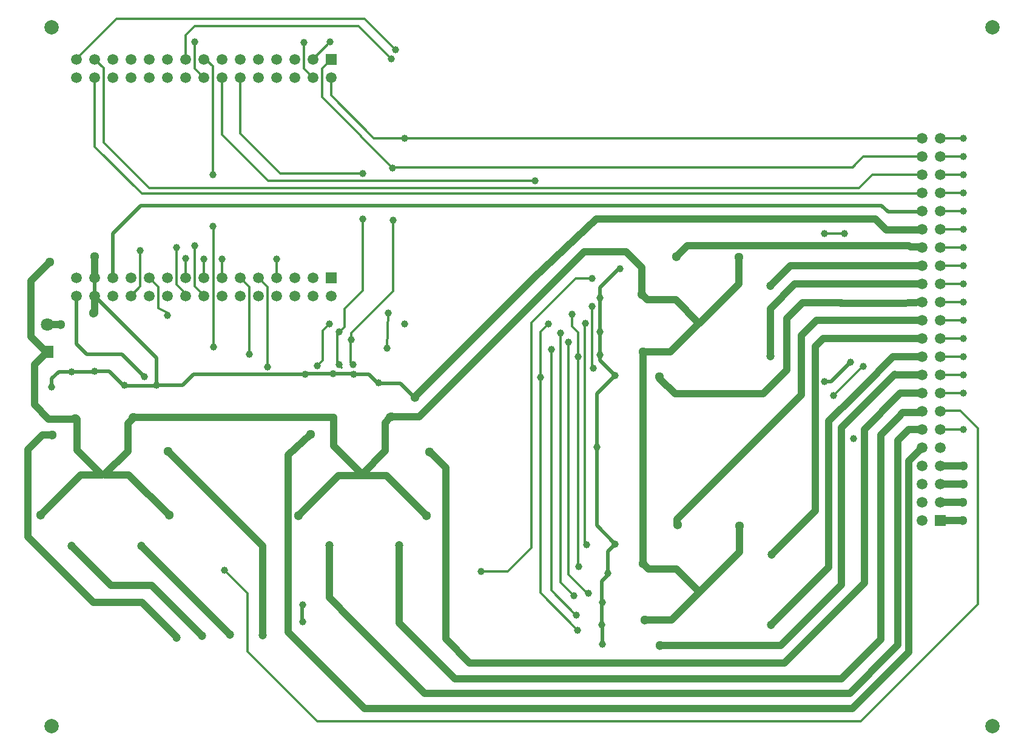
<source format=gbl>
G04 Layer_Physical_Order=2*
G04 Layer_Color=16711680*
%FSLAX25Y25*%
%MOIN*%
G70*
G01*
G75*
%ADD27C,0.01181*%
%ADD28C,0.03937*%
%ADD29C,0.01890*%
%ADD31C,0.02000*%
%ADD33C,0.07874*%
%ADD34C,0.05905*%
%ADD35R,0.05905X0.05905*%
%ADD36R,0.05905X0.05905*%
%ADD37C,0.07087*%
%ADD38R,0.07087X0.07087*%
%ADD39C,0.03937*%
%ADD40C,0.05118*%
%ADD41C,0.04724*%
%ADD42C,0.05000*%
D27*
X161500Y382400D02*
Y383000D01*
X462625Y327425D02*
X464100Y328900D01*
X487900D01*
X458200Y323000D02*
X459675Y324475D01*
X219200Y323000D02*
X458200D01*
X459675Y324475D02*
X462625Y327425D01*
X205500Y323000D02*
X219200D01*
X205500D02*
X206000Y322500D01*
X204500Y315500D02*
X283500D01*
X204500D02*
X283500D01*
X204500D02*
X283500D01*
X461700Y311500D02*
X469100Y318900D01*
X71500Y311500D02*
X461700D01*
X137000Y315500D02*
X204500D01*
X111500Y341000D02*
X137000Y315500D01*
X111500Y341000D02*
Y372400D01*
X171500Y362500D02*
Y368947D01*
Y372400D01*
X166500Y361700D02*
X166700Y361500D01*
X166500Y361700D02*
Y377400D01*
X166700Y361500D02*
X173700Y354500D01*
X188000Y339800D02*
X205300Y322500D01*
X188000Y339800D02*
Y340200D01*
X173700Y354500D02*
X188000Y340200D01*
X166500Y377400D02*
X171500Y382400D01*
X216418Y338900D02*
X230100D01*
X234600D01*
X459600D01*
X496400D01*
X205300Y322500D02*
X206000D01*
X143500Y319500D02*
X189000D01*
X121500Y341500D02*
X143500Y319500D01*
X121500Y341500D02*
Y372400D01*
X178800Y245100D02*
X189000Y255300D01*
Y294500D01*
X106500Y319000D02*
Y325000D01*
Y378500D01*
X102600Y382400D02*
X106500Y378500D01*
X101500Y382400D02*
X102600D01*
X31500D02*
Y382500D01*
X46500Y336500D02*
X71500Y311500D01*
X46500Y336500D02*
Y377500D01*
X67500Y308500D02*
X238500D01*
X41600Y334400D02*
X67500Y308500D01*
X41600Y334400D02*
Y372400D01*
X238500Y308500D02*
X283200D01*
X443500D01*
X444500D01*
X489000D01*
X446000Y18500D02*
X462500D01*
X442500Y286500D02*
X453500D01*
X443000Y287000D02*
X443300Y286700D01*
X307000Y68700D02*
X307100D01*
X306100Y76900D02*
X306400D01*
X312400Y88800D02*
X313000D01*
X310800Y236900D02*
X311200Y237300D01*
X167000Y217000D02*
Y233300D01*
X170500Y236800D01*
X106800Y224200D02*
Y290500D01*
Y224200D02*
X106900Y224100D01*
X41600Y382400D02*
X46500Y377500D01*
X131600Y262400D02*
X136600Y257400D01*
Y213100D02*
Y257400D01*
X202300Y223600D02*
X202800Y242900D01*
X174800Y215300D02*
X177300Y212800D01*
X177400D01*
X182400Y215600D02*
Y227400D01*
X182500Y227500D01*
X125500Y69500D02*
Y83000D01*
X447700Y197700D02*
X464000Y214000D01*
X268500Y101000D02*
X281500Y114000D01*
X254000Y101000D02*
X268500D01*
X125500Y57000D02*
Y69500D01*
Y57000D02*
X164000Y18500D01*
X446000D01*
X125500Y83000D02*
Y89000D01*
X114910Y99590D02*
X125500Y89000D01*
X113000Y101500D02*
X114910Y99590D01*
X489000Y308500D02*
X494800D01*
X495400Y307900D01*
X488100Y318900D02*
X496400D01*
X469100D02*
X488100D01*
X487900Y328900D02*
X496400D01*
X464000Y213500D02*
Y214000D01*
X96500Y257500D02*
X101500Y252500D01*
X96500Y257500D02*
Y280000D01*
X101500Y262400D02*
Y268500D01*
Y272500D01*
X91500Y262400D02*
Y269441D01*
Y273000D01*
X86500Y258500D02*
Y279000D01*
Y258500D02*
X91500Y253500D01*
Y252400D02*
Y253500D01*
X111500Y268500D02*
Y272500D01*
Y262400D02*
Y268500D01*
X126700Y220400D02*
Y257200D01*
X121500Y262400D02*
X126700Y257200D01*
X141500Y268500D02*
Y272500D01*
Y262400D02*
Y268500D01*
X76700Y245500D02*
X81800Y242900D01*
X76700Y245500D02*
Y257300D01*
X71600Y262400D02*
X76700Y257300D01*
X61500Y252400D02*
X66600Y257500D01*
X66000Y276900D02*
X67000Y277900D01*
X66500Y257600D02*
Y277400D01*
X67000Y277900D01*
X96500Y377400D02*
Y392000D01*
Y377400D02*
X101500Y372400D01*
X31500Y382500D02*
X53500Y404500D01*
X190000D01*
X207000Y387500D01*
X186500Y400500D02*
X204500Y382500D01*
X91500Y382400D02*
Y395500D01*
X96500Y400500D01*
X186500D01*
X161500Y382400D02*
X171100Y392000D01*
X156500Y377400D02*
Y391500D01*
Y377400D02*
X161500Y372400D01*
X171500Y362500D02*
X195100Y338900D01*
X216418D01*
X506400D02*
X518900D01*
X506400Y328900D02*
X518900D01*
X506400Y318900D02*
X518900D01*
X506400Y308900D02*
X518900D01*
X506500Y299000D02*
X519000D01*
X506400Y288900D02*
X518900D01*
X506400Y278900D02*
X518900D01*
X506400Y268900D02*
X518900D01*
X506400Y258900D02*
X518900D01*
X506400Y248900D02*
X518900D01*
X506400Y238900D02*
X518900D01*
X506400Y228900D02*
X518900D01*
X506400Y218900D02*
X518900D01*
X506400Y208900D02*
X518900D01*
X506400Y198900D02*
X518900D01*
X462500Y18500D02*
X527000Y83000D01*
Y152500D01*
X506400Y189100D02*
X517400D01*
X527000Y179500D01*
Y152500D02*
Y179500D01*
X506400Y178900D02*
X518900D01*
X182500Y227500D02*
Y232000D01*
X205500Y255000D01*
Y294000D01*
X174800Y215300D02*
Y231300D01*
X178800Y235300D01*
Y245100D01*
X164000Y214000D02*
X167000Y217000D01*
X182400Y215600D02*
X183500Y214500D01*
X286500Y89200D02*
X307000Y68700D01*
X286500Y89200D02*
Y208000D01*
Y232500D01*
X290800Y236800D01*
X281500Y114000D02*
Y237500D01*
X306000Y262000D01*
X315000D01*
X292500Y90500D02*
X306100Y76900D01*
X292500Y90500D02*
Y223000D01*
X293200Y223700D01*
X304000Y242300D02*
X304300Y242600D01*
X304000Y235500D02*
Y242300D01*
Y235500D02*
X307200Y232300D01*
Y103600D02*
Y232300D01*
X314800Y213700D02*
X316500Y212000D01*
X314800Y213700D02*
Y246700D01*
X311118Y116000D02*
Y236582D01*
X310800Y236900D02*
X311118Y236582D01*
X297500Y95000D02*
X305000Y87500D01*
X297500Y95000D02*
Y230600D01*
X298500Y231600D01*
X302000Y225100D02*
Y227000D01*
Y99200D02*
X312400Y88800D01*
X302000Y99200D02*
Y225100D01*
D28*
X13000Y267000D02*
X17000Y271000D01*
X6500Y260500D02*
X13000Y267000D01*
X6500Y230000D02*
Y260500D01*
Y230000D02*
X15250Y221250D01*
X8500Y192500D02*
Y214500D01*
Y192500D02*
X16300Y184700D01*
X31800D01*
X317300Y294500D02*
X446000D01*
X282968Y262169D02*
X317300Y294500D01*
X217400Y196600D02*
X282968Y262169D01*
X333500Y276500D02*
X342200Y267800D01*
X310500Y276500D02*
X333500D01*
X219900Y185900D02*
X310500Y276500D01*
X342200Y253273D02*
Y267800D01*
X204487Y185900D02*
X219900D01*
X342200Y252573D02*
X343000D01*
X342600Y104787D02*
X343400D01*
X203787Y185100D02*
Y185900D01*
X62200Y184700D02*
Y185500D01*
X342826Y221653D02*
X343026Y221453D01*
X172440Y185500D02*
X172700Y185240D01*
X62900Y185500D02*
X172440D01*
X343700Y74140D02*
X343826Y74266D01*
X343000Y252573D02*
X345400Y250173D01*
X360900D01*
X373700Y237373D01*
Y237573D01*
X374100Y89587D02*
Y89787D01*
X343826Y74266D02*
X358780D01*
X374100Y89587D01*
X361300Y102387D02*
X374100Y89587D01*
X345800Y102387D02*
X361300D01*
X343400Y104787D02*
X345800Y102387D01*
X208972Y88986D02*
Y115200D01*
X170587Y86500D02*
Y115200D01*
Y86500D02*
X183387Y73700D01*
X201387Y182700D02*
X203787Y185100D01*
X201387Y167200D02*
Y182700D01*
X203787Y185900D02*
X204487D01*
X188587Y154400D02*
X201387Y167200D01*
X187687Y153500D02*
X188587Y154400D01*
X188787D01*
X62200Y185500D02*
X62900D01*
X59800Y182300D02*
X62200Y184700D01*
X342200Y252573D02*
Y253273D01*
X173100Y169887D02*
X188587Y154400D01*
X173100Y169887D02*
Y184840D01*
X172700Y185240D02*
X173100Y184840D01*
X147800Y164934D02*
X160367Y176394D01*
X47120Y154121D02*
X47200Y154041D01*
X357979Y221653D02*
X373700Y237373D01*
X342826Y221653D02*
X357979D01*
X342974Y105161D02*
X343026D01*
X342600Y104787D02*
X342974Y105161D01*
X343026D02*
Y221453D01*
X489814Y279273D02*
X496027D01*
X496400Y278900D01*
X485400Y248400D02*
X496400Y248900D01*
X496000Y238500D02*
X496400Y238900D01*
X495416Y238500D02*
X496000D01*
X495016Y238900D02*
X495416Y238500D01*
X496000D01*
X450400Y268900D02*
X496400D01*
X433518D02*
X450400D01*
X426121D02*
X433518D01*
X424041D02*
X426121D01*
X413100Y257959D02*
X424041Y268900D01*
X412900Y219373D02*
Y245400D01*
X426400Y258900D01*
X496400D01*
X351953Y207047D02*
Y208026D01*
Y207047D02*
X360500Y198500D01*
X409000D01*
X422000Y211500D01*
Y240000D01*
X438400Y238900D02*
X495016D01*
X435000Y131672D02*
Y131687D01*
X413500Y110172D02*
X435000Y131672D01*
X441900Y228900D02*
X496400D01*
X437500Y224500D02*
X441900Y228900D01*
X437500Y140000D02*
Y224500D01*
Y134187D02*
Y140000D01*
X435000Y131687D02*
X437500Y134187D01*
X413300Y71587D02*
X421000Y79287D01*
X445000Y103287D01*
Y138500D01*
X496300Y209000D02*
X496400Y208900D01*
X487400Y198900D02*
X496400D01*
X465000Y55000D02*
X473500Y63500D01*
X445000Y138500D02*
Y183500D01*
X459500Y198000D01*
X463500Y202000D01*
X453500Y181500D02*
X481250Y209250D01*
X464500Y179000D02*
X483000Y197500D01*
X484400Y198900D01*
X488026D01*
X473500Y63500D02*
Y176000D01*
X483213Y185713D01*
X495750Y188250D02*
X496400Y188900D01*
X483213Y185713D02*
X485750Y188250D01*
X495750D01*
X147800Y67700D02*
Y164934D01*
X239500Y42000D02*
X422000D01*
X208972Y72528D02*
Y88986D01*
Y72528D02*
X239500Y42000D01*
X352353Y60239D02*
X418739D01*
X464500Y94500D02*
Y179000D01*
X247787Y50500D02*
X420500D01*
X464500Y94500D01*
X422000Y42000D02*
X452000D01*
X465000Y55000D01*
X223087Y34000D02*
X418000D01*
X183387Y73700D02*
X223087Y34000D01*
X223500D01*
X147800Y67700D02*
X190000Y25500D01*
X421000D01*
X67386Y114800D02*
X84607Y97579D01*
X116000Y66186D01*
X29000Y114800D02*
X50700Y93100D01*
X72900D01*
X100500Y65500D01*
X40800Y84000D02*
X51000D01*
X67500D01*
X68500Y83000D01*
X86500Y65000D01*
Y64500D02*
Y65000D01*
X463500Y202000D02*
X480400Y218900D01*
X496400D01*
X481500Y209000D02*
X496300D01*
X82600Y166400D02*
X134000Y115000D01*
Y66000D02*
Y115000D01*
X418000Y34000D02*
X456500D01*
X479000Y56500D01*
X489000Y179000D02*
X489500D01*
X489000Y161500D02*
X496400Y168900D01*
X489000Y161000D02*
Y161500D01*
Y121500D02*
Y161000D01*
X421000Y25500D02*
X458000D01*
X489000Y114500D02*
Y121500D01*
X458000Y25500D02*
X489000Y56500D01*
Y114500D01*
X446000Y294500D02*
X464500D01*
X470500D01*
X476500Y288500D01*
X496000D01*
X451500Y248400D02*
X485400D01*
X422000Y240000D02*
X430500Y248500D01*
X452000D01*
X489000Y179000D02*
X496300D01*
X496400Y178900D01*
X479000Y56500D02*
X483000Y60500D01*
Y173000D01*
X489000Y179000D01*
X8500Y214500D02*
X15500Y221500D01*
X5000Y119800D02*
X40800Y84000D01*
X47200Y154041D02*
X60459D01*
X82500Y132000D01*
X12000D02*
X34000Y154000D01*
X37450D01*
X31800Y167700D02*
Y184700D01*
X37450Y154000D02*
X45500D01*
X31800Y167700D02*
X45500Y154000D01*
X47120Y154121D02*
X59800Y166800D01*
Y182300D01*
X5000Y119800D02*
Y168000D01*
X12847Y175847D01*
X18353D01*
X41500Y262500D02*
Y274000D01*
Y243000D02*
Y252400D01*
X15500Y236500D02*
X22900D01*
X418739Y60239D02*
X452000Y93500D01*
Y180000D01*
X454000Y182000D01*
X153500Y131500D02*
X175500Y153500D01*
X201959Y153541D02*
X224000Y131500D01*
X188700Y153541D02*
X201959D01*
X175500Y153500D02*
X187687D01*
X234500Y63787D02*
X247787Y50500D01*
X234500Y63787D02*
Y158000D01*
X225700Y166800D02*
X234500Y158000D01*
X404204Y172204D02*
X430000Y198000D01*
Y230500D01*
X438400Y238900D01*
X392500Y160500D02*
X404204Y172204D01*
X361700Y126500D02*
Y129700D01*
X392500Y160500D01*
X374100Y89587D02*
X379000Y94487D01*
X396000Y111487D01*
Y126000D01*
X395500Y258987D02*
Y273500D01*
X373893Y237380D02*
X395500Y258987D01*
X489087Y280000D02*
X489814Y279273D01*
X361300Y274000D02*
X367300Y280000D01*
X489087D01*
X506400Y158900D02*
X506900D01*
X506400D02*
X518900D01*
X519000Y159000D01*
X506400Y148900D02*
X511900D01*
X518900D01*
X519000Y149000D01*
X506400Y138900D02*
X512372D01*
X518500Y139000D02*
X519000D01*
X512372Y138900D02*
X518900D01*
X519000Y139000D01*
X513500Y129000D02*
X518500D01*
X506500D02*
X513500D01*
X506400Y128900D02*
X506500Y129000D01*
D29*
X37400Y220100D02*
X56600D01*
X31500Y226000D02*
X37400Y220100D01*
X31500Y226000D02*
Y252400D01*
X56600Y220100D02*
X68800Y207900D01*
X31100Y262900D02*
X31600Y262400D01*
X442800Y205300D02*
X446300D01*
X442700Y205400D02*
X442800Y205300D01*
X155700Y73200D02*
Y82500D01*
Y73200D02*
X155800Y73100D01*
X446300Y205300D02*
X457000Y216000D01*
D31*
X67100Y302000D02*
X266000D01*
X51600Y286500D02*
X67100Y302000D01*
X266000D02*
X451000D01*
X474000D01*
X451000D02*
X474000D01*
X451000D02*
X474000D01*
X96100Y209100D02*
X157400D01*
X90100Y203100D02*
X96100Y209100D01*
X75600Y203100D02*
X90100D01*
X75600Y203646D02*
Y218400D01*
Y203100D02*
Y203646D01*
X41600Y252400D02*
X75600Y218400D01*
X41600Y252400D02*
Y262400D01*
X320500Y60800D02*
Y71300D01*
X320200Y71600D02*
X320300Y71700D01*
X28800Y210700D02*
X41400D01*
X41500Y210800D01*
X18100Y202400D02*
Y206800D01*
X22000Y210700D01*
X28800D01*
X197700Y204000D02*
Y204300D01*
Y204600D01*
Y204000D02*
X197800Y203900D01*
X320400Y95600D02*
X323600Y98800D01*
Y99800D01*
X319300Y216800D02*
X327500Y208600D01*
X319300Y216800D02*
Y219900D01*
X329700Y267200D02*
X330300D01*
X319400Y256900D02*
X329700Y267200D01*
X319400Y251100D02*
Y256900D01*
Y220000D02*
Y232600D01*
Y251100D01*
X320400Y84800D02*
Y95600D01*
X323600Y99800D02*
Y111900D01*
X57300Y203100D02*
X57900D01*
X57800Y203000D02*
X57900Y203100D01*
X57200Y203000D02*
X57800D01*
X41500Y210800D02*
X49600D01*
X57300Y203100D01*
X184000Y209300D02*
X184300D01*
X184400Y209400D02*
X184600Y209600D01*
X184400Y209400D02*
X192300D01*
X198200Y204300D02*
X209700D01*
X216653Y197346D01*
X323600Y111900D02*
X327700Y116000D01*
X157900Y209600D02*
X172575D01*
X157400Y209100D02*
X157900Y209600D01*
X317600Y126100D02*
X327700Y116000D01*
X317600Y198700D02*
X327500Y208600D01*
X317600Y126100D02*
Y169200D01*
Y198700D01*
X51600Y262400D02*
Y286500D01*
X57800Y203000D02*
X74954D01*
X75600Y203646D01*
X197800Y203900D02*
X198200Y204300D01*
X197500D02*
X197700D01*
X198200D01*
X192300Y209400D02*
X197700Y204000D01*
X172575Y209600D02*
X184600D01*
X320200Y71600D02*
X320500Y71300D01*
X320400Y71700D02*
Y84800D01*
X496000Y288500D02*
X496400Y288900D01*
X474000Y302000D02*
X477500Y298500D01*
X488500D01*
X496000D01*
X496400Y298900D01*
D33*
X535000Y16000D02*
D03*
Y400000D02*
D03*
X18000D02*
D03*
Y16000D02*
D03*
D34*
X496400Y138900D02*
D03*
Y128900D02*
D03*
X506400Y138900D02*
D03*
Y148900D02*
D03*
X496400D02*
D03*
X506400Y158900D02*
D03*
X496400D02*
D03*
X506400Y168900D02*
D03*
X496400D02*
D03*
X506400Y178900D02*
D03*
X496400D02*
D03*
X506400Y188900D02*
D03*
X496400D02*
D03*
X506400Y198900D02*
D03*
X496400D02*
D03*
X506400Y208900D02*
D03*
X496400D02*
D03*
X506400Y218900D02*
D03*
X496400D02*
D03*
X506400Y228900D02*
D03*
X496400D02*
D03*
X506400Y238900D02*
D03*
X496400D02*
D03*
X506400Y248900D02*
D03*
X496400D02*
D03*
X506400Y258900D02*
D03*
X496400D02*
D03*
X506400Y268900D02*
D03*
X496400D02*
D03*
X506400Y278900D02*
D03*
X496400D02*
D03*
X506400Y288900D02*
D03*
X496400D02*
D03*
X506400Y298900D02*
D03*
X496400D02*
D03*
X506400Y308900D02*
D03*
X496400D02*
D03*
X506400Y318900D02*
D03*
X496400D02*
D03*
X506400Y328900D02*
D03*
X496400D02*
D03*
X506400Y338900D02*
D03*
X496400D02*
D03*
X171500Y372400D02*
D03*
X161500Y382400D02*
D03*
Y372400D02*
D03*
X151500Y382400D02*
D03*
Y372400D02*
D03*
X141500Y382400D02*
D03*
Y372400D02*
D03*
X131500Y382400D02*
D03*
Y372400D02*
D03*
X121500Y382400D02*
D03*
Y372400D02*
D03*
X111500Y382400D02*
D03*
Y372400D02*
D03*
X101500Y382400D02*
D03*
Y372400D02*
D03*
X91500Y382400D02*
D03*
Y372400D02*
D03*
X81500Y382400D02*
D03*
Y372400D02*
D03*
X71500Y382400D02*
D03*
Y372400D02*
D03*
X61500Y382400D02*
D03*
Y372400D02*
D03*
X51500Y382400D02*
D03*
Y372400D02*
D03*
X41500Y382400D02*
D03*
Y372400D02*
D03*
X31500Y382400D02*
D03*
Y372400D02*
D03*
X171500Y252400D02*
D03*
X161500Y262400D02*
D03*
Y252400D02*
D03*
X151500Y262400D02*
D03*
Y252400D02*
D03*
X141500Y262400D02*
D03*
Y252400D02*
D03*
X131500Y262400D02*
D03*
Y252400D02*
D03*
X121500Y262400D02*
D03*
Y252400D02*
D03*
X111500Y262400D02*
D03*
Y252400D02*
D03*
X101500Y262400D02*
D03*
Y252400D02*
D03*
X91500Y262400D02*
D03*
Y252400D02*
D03*
X81500Y262400D02*
D03*
Y252400D02*
D03*
X71500Y262400D02*
D03*
Y252400D02*
D03*
X61500Y262400D02*
D03*
Y252400D02*
D03*
X51500Y262400D02*
D03*
Y252400D02*
D03*
X41500Y262400D02*
D03*
Y252400D02*
D03*
X31500Y262400D02*
D03*
Y252400D02*
D03*
D35*
X506400Y128900D02*
D03*
D36*
X171500Y382400D02*
D03*
Y262400D02*
D03*
D37*
X15500Y236500D02*
D03*
D38*
Y221500D02*
D03*
D39*
X207000Y387500D02*
D03*
X204500Y382500D02*
D03*
X283500Y315500D02*
D03*
X205300Y322500D02*
D03*
X205500Y294000D02*
D03*
X189000Y319500D02*
D03*
Y294500D02*
D03*
X106500Y319000D02*
D03*
Y290500D02*
D03*
X212000Y236800D02*
D03*
X453500Y286500D02*
D03*
X464000Y213500D02*
D03*
X315000Y262000D02*
D03*
X202300Y223600D02*
D03*
X307400Y218900D02*
D03*
X307100Y68700D02*
D03*
X306400Y76900D02*
D03*
X313000Y88800D02*
D03*
X307500Y103600D02*
D03*
X314800Y246700D02*
D03*
X290900Y236800D02*
D03*
X311200Y237300D02*
D03*
X304100Y242400D02*
D03*
X320500Y60800D02*
D03*
X75600Y203100D02*
D03*
X68800Y207900D02*
D03*
X155800Y73100D02*
D03*
X323600Y99800D02*
D03*
X170500Y236800D02*
D03*
X41500Y210800D02*
D03*
X18100Y202400D02*
D03*
X28800Y210700D02*
D03*
X172575Y209600D02*
D03*
X197700Y204600D02*
D03*
X320300Y71700D02*
D03*
X327500Y208600D02*
D03*
X319300Y219900D02*
D03*
X319400Y232600D02*
D03*
X330300Y267200D02*
D03*
X319400Y251100D02*
D03*
X57900Y203100D02*
D03*
X184000Y209300D02*
D03*
X157400Y209100D02*
D03*
X327700Y116000D02*
D03*
X442700Y205400D02*
D03*
X106800Y224200D02*
D03*
X317600Y169200D02*
D03*
X136600Y213100D02*
D03*
X202800Y242900D02*
D03*
X126700Y220400D02*
D03*
X182500Y228400D02*
D03*
X457000Y216000D02*
D03*
X447700Y197700D02*
D03*
X442500Y286500D02*
D03*
X254000Y101000D02*
D03*
X113000Y101500D02*
D03*
X96500Y280000D02*
D03*
X91500Y273000D02*
D03*
X86500Y279000D02*
D03*
X101500Y272500D02*
D03*
X111500D02*
D03*
X141500D02*
D03*
X81500Y241500D02*
D03*
X66500Y277400D02*
D03*
X96500Y392000D02*
D03*
X171100D02*
D03*
X156500Y391500D02*
D03*
X212000Y339000D02*
D03*
X518900Y338900D02*
D03*
Y328900D02*
D03*
Y318900D02*
D03*
Y308900D02*
D03*
X519000Y299000D02*
D03*
X518900Y288900D02*
D03*
Y278900D02*
D03*
Y268900D02*
D03*
Y258900D02*
D03*
Y248900D02*
D03*
Y238900D02*
D03*
Y228900D02*
D03*
Y218900D02*
D03*
Y208900D02*
D03*
Y198900D02*
D03*
X458500Y174000D02*
D03*
X155853Y82647D02*
D03*
X518900Y178900D02*
D03*
X176000Y232500D02*
D03*
X164000Y214000D02*
D03*
X176000Y214500D02*
D03*
X183500D02*
D03*
X320500Y84000D02*
D03*
X305000Y87500D02*
D03*
X312000Y115500D02*
D03*
X286500Y207500D02*
D03*
X292500Y223000D02*
D03*
X315500Y212500D02*
D03*
X297500Y232000D02*
D03*
X302000Y227000D02*
D03*
D40*
X17000Y271000D02*
D03*
X217500Y196500D02*
D03*
X351953Y208026D02*
D03*
X352353Y60239D02*
D03*
X343826Y74266D02*
D03*
X160367Y176394D02*
D03*
X204487Y185900D02*
D03*
X18353Y175847D02*
D03*
X62900Y185500D02*
D03*
X342200Y253273D02*
D03*
X172700Y185240D02*
D03*
X342826Y221653D02*
D03*
X343026Y105161D02*
D03*
X12000Y132000D02*
D03*
X82000Y167000D02*
D03*
X30953Y185000D02*
D03*
X41000Y243000D02*
D03*
X22900Y236500D02*
D03*
X41500Y274000D02*
D03*
X82500Y132000D02*
D03*
X225500Y166500D02*
D03*
X224000Y131500D02*
D03*
X153500D02*
D03*
X362000Y126500D02*
D03*
X396000Y126000D02*
D03*
X395500Y273500D02*
D03*
X361300Y274000D02*
D03*
X518500Y129000D02*
D03*
Y139000D02*
D03*
X519000Y149000D02*
D03*
Y159000D02*
D03*
D41*
X413100Y257959D02*
D03*
X412900Y219373D02*
D03*
X413500Y110172D02*
D03*
X413300Y71587D02*
D03*
X208972Y115200D02*
D03*
X170587D02*
D03*
X67386Y114800D02*
D03*
X29000D02*
D03*
X116000Y66186D02*
D03*
X100500Y65500D02*
D03*
X86500Y64500D02*
D03*
X134000Y66000D02*
D03*
D42*
X518900Y158900D02*
D03*
M02*

</source>
